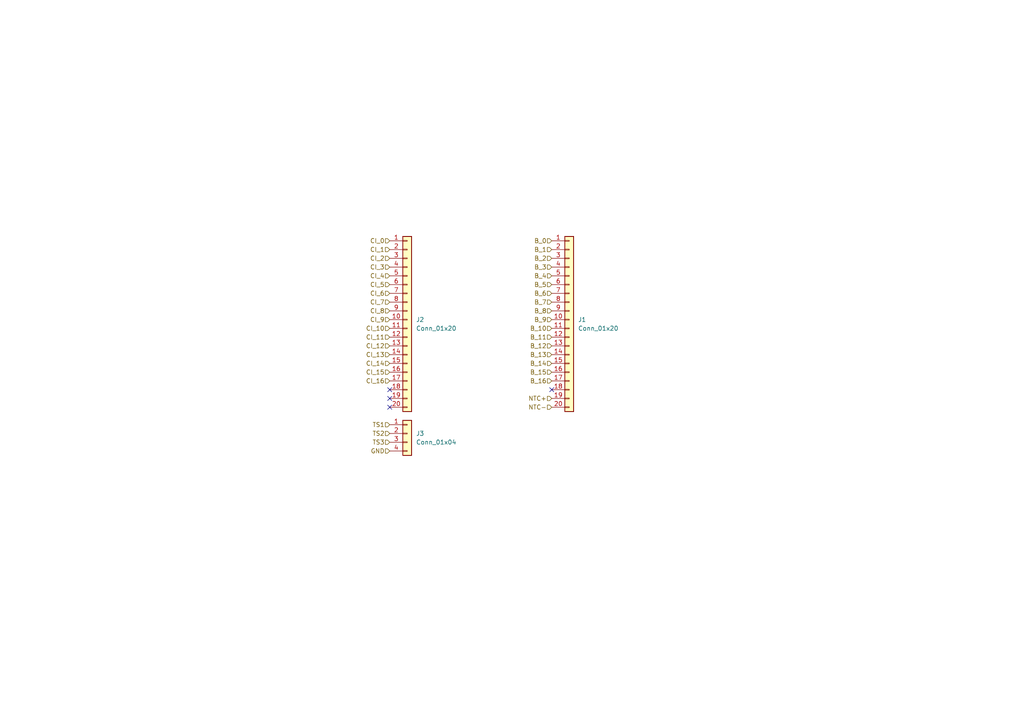
<source format=kicad_sch>
(kicad_sch (version 20250114) (generator "eeschema") (generator_version "9.0")
  (paper "A4")
  (lib_symbols
    (symbol "Connector_Generic:Conn_01x04" (pin_names (offset 1.016) (hide yes))
      (property "Reference" "J" (at 0 5.08 0))
      (property "Value" "Conn_01x04" (at 0 -7.62 0))
      (symbol "Conn_01x04_1_1"
        (rectangle (start -1.27 3.81) (end 1.27 -6.35) (stroke (width 0.254)) (fill (type background)))
        (rectangle (start -1.27 2.667) (end 0 2.413) (stroke (width 0.1524)))
        (rectangle (start -1.27 0.127) (end 0 -0.127) (stroke (width 0.1524)))
        (rectangle (start -1.27 -2.413) (end 0 -2.667) (stroke (width 0.1524)))
        (rectangle (start -1.27 -4.953) (end 0 -5.207) (stroke (width 0.1524)))
        (pin passive line (at -5.08 2.54 0) (length 3.81) (name "Pin_1") (number "1"))
        (pin passive line (at -5.08 0 0) (length 3.81) (name "Pin_2") (number "2"))
        (pin passive line (at -5.08 -2.54 0) (length 3.81) (name "Pin_3") (number "3"))
        (pin passive line (at -5.08 -5.08 0) (length 3.81) (name "Pin_4") (number "4"))
      )
    )
    (symbol "Connector_Generic:Conn_01x20" (pin_names (offset 1.016) (hide yes))
      (property "Reference" "J" (at 0 25.4 0))
      (property "Value" "Conn_01x20" (at 0 -27.94 0))
      (symbol "Conn_01x20_1_1"
        (rectangle (start -1.27 24.13) (end 1.27 -26.67) (stroke (width 0.254)) (fill (type background)))
        (rectangle (start -1.27 22.987) (end 0 22.733) (stroke (width 0.1524)))
        (rectangle (start -1.27 20.447) (end 0 20.193) (stroke (width 0.1524)))
        (rectangle (start -1.27 17.907) (end 0 17.653) (stroke (width 0.1524)))
        (rectangle (start -1.27 15.367) (end 0 15.113) (stroke (width 0.1524)))
        (rectangle (start -1.27 12.827) (end 0 12.573) (stroke (width 0.1524)))
        (rectangle (start -1.27 10.287) (end 0 10.033) (stroke (width 0.1524)))
        (rectangle (start -1.27 7.747) (end 0 7.493) (stroke (width 0.1524)))
        (rectangle (start -1.27 5.207) (end 0 4.953) (stroke (width 0.1524)))
        (rectangle (start -1.27 2.667) (end 0 2.413) (stroke (width 0.1524)))
        (rectangle (start -1.27 0.127) (end 0 -0.127) (stroke (width 0.1524)))
        (rectangle (start -1.27 -2.413) (end 0 -2.667) (stroke (width 0.1524)))
        (rectangle (start -1.27 -4.953) (end 0 -5.207) (stroke (width 0.1524)))
        (rectangle (start -1.27 -7.493) (end 0 -7.747) (stroke (width 0.1524)))
        (rectangle (start -1.27 -10.033) (end 0 -10.287) (stroke (width 0.1524)))
        (rectangle (start -1.27 -12.573) (end 0 -12.827) (stroke (width 0.1524)))
        (rectangle (start -1.27 -15.113) (end 0 -15.367) (stroke (width 0.1524)))
        (rectangle (start -1.27 -17.653) (end 0 -17.907) (stroke (width 0.1524)))
        (rectangle (start -1.27 -20.193) (end 0 -20.447) (stroke (width 0.1524)))
        (rectangle (start -1.27 -22.733) (end 0 -22.987) (stroke (width 0.1524)))
        (rectangle (start -1.27 -25.273) (end 0 -25.527) (stroke (width 0.1524)))
        (pin passive line (at -5.08 22.86 0) (length 3.81) (name "Pin_1") (number "1"))
        (pin passive line (at -5.08 20.32 0) (length 3.81) (name "Pin_2") (number "2"))
        (pin passive line (at -5.08 17.78 0) (length 3.81) (name "Pin_3") (number "3"))
        (pin passive line (at -5.08 15.24 0) (length 3.81) (name "Pin_4") (number "4"))
        (pin passive line (at -5.08 12.7 0) (length 3.81) (name "Pin_5") (number "5"))
        (pin passive line (at -5.08 10.16 0) (length 3.81) (name "Pin_6") (number "6"))
        (pin passive line (at -5.08 7.62 0) (length 3.81) (name "Pin_7") (number "7"))
        (pin passive line (at -5.08 5.08 0) (length 3.81) (name "Pin_8") (number "8"))
        (pin passive line (at -5.08 2.54 0) (length 3.81) (name "Pin_9") (number "9"))
        (pin passive line (at -5.08 0 0) (length 3.81) (name "Pin_10") (number "10"))
        (pin passive line (at -5.08 -2.54 0) (length 3.81) (name "Pin_11") (number "11"))
        (pin passive line (at -5.08 -5.08 0) (length 3.81) (name "Pin_12") (number "12"))
        (pin passive line (at -5.08 -7.62 0) (length 3.81) (name "Pin_13") (number "13"))
        (pin passive line (at -5.08 -10.16 0) (length 3.81) (name "Pin_14") (number "14"))
        (pin passive line (at -5.08 -12.7 0) (length 3.81) (name "Pin_15") (number "15"))
        (pin passive line (at -5.08 -15.24 0) (length 3.81) (name "Pin_16") (number "16"))
        (pin passive line (at -5.08 -17.78 0) (length 3.81) (name "Pin_17") (number "17"))
        (pin passive line (at -5.08 -20.32 0) (length 3.81) (name "Pin_18") (number "18"))
        (pin passive line (at -5.08 -22.86 0) (length 3.81) (name "Pin_19") (number "19"))
        (pin passive line (at -5.08 -25.4 0) (length 3.81) (name "Pin_20") (number "20"))
      )
    )
  )
  (no_connect (at 113.03 113.03))
  (no_connect (at 113.03 118.11))
  (no_connect (at 160.02 113.03))
  (no_connect (at 113.03 115.57))
  (hierarchical_label "CI_4" (shape input) (at 113.03 80.01 180))
  (hierarchical_label "TS2" (shape input) (at 113.03 125.73 180))
  (hierarchical_label "GND" (shape input) (at 113.03 130.81 180))
  (hierarchical_label "B_9" (shape input) (at 160.02 92.71 180))
  (hierarchical_label "B_1" (shape input) (at 160.02 72.39 180))
  (hierarchical_label "TS1" (shape input) (at 113.03 123.19 180))
  (hierarchical_label "CI_8" (shape input) (at 113.03 90.17 180))
  (hierarchical_label "CI_6" (shape input) (at 113.03 85.09 180))
  (hierarchical_label "CI_2" (shape input) (at 113.03 74.93 180))
  (hierarchical_label "B_7" (shape input) (at 160.02 87.63 180))
  (hierarchical_label "CI_3" (shape input) (at 113.03 77.47 180))
  (hierarchical_label "B_15" (shape input) (at 160.02 107.95 180))
  (hierarchical_label "B_0" (shape input) (at 160.02 69.85 180))
  (hierarchical_label "CI_0" (shape input) (at 113.03 69.85 180))
  (hierarchical_label "B_3" (shape input) (at 160.02 77.47 180))
  (hierarchical_label "B_12" (shape input) (at 160.02 100.33 180))
  (hierarchical_label "CI_9" (shape input) (at 113.03 92.71 180))
  (hierarchical_label "CI_13" (shape input) (at 113.03 102.87 180))
  (hierarchical_label "CI_12" (shape input) (at 113.03 100.33 180))
  (hierarchical_label "TS3" (shape input) (at 113.03 128.27 180))
  (hierarchical_label "B_5" (shape input) (at 160.02 82.55 180))
  (hierarchical_label "CI_7" (shape input) (at 113.03 87.63 180))
  (hierarchical_label "CI_5" (shape input) (at 113.03 82.55 180))
  (hierarchical_label "CI_14" (shape input) (at 113.03 105.41 180))
  (hierarchical_label "CI_10" (shape input) (at 113.03 95.25 180))
  (hierarchical_label "B_13" (shape input) (at 160.02 102.87 180))
  (hierarchical_label "CI_11" (shape input) (at 113.03 97.79 180))
  (hierarchical_label "B_2" (shape input) (at 160.02 74.93 180))
  (hierarchical_label "CI_15" (shape input) (at 113.03 107.95 180))
  (hierarchical_label "B_10" (shape input) (at 160.02 95.25 180))
  (hierarchical_label "B_4" (shape input) (at 160.02 80.01 180))
  (hierarchical_label "NTC+" (shape input) (at 160.02 115.57 180))
  (hierarchical_label "B_11" (shape input) (at 160.02 97.79 180))
  (hierarchical_label "B_8" (shape input) (at 160.02 90.17 180))
  (hierarchical_label "CI_16" (shape input) (at 113.03 110.49 180))
  (hierarchical_label "CI_1" (shape input) (at 113.03 72.39 180))
  (hierarchical_label "B_16" (shape input) (at 160.02 110.49 180))
  (hierarchical_label "B_6" (shape input) (at 160.02 85.09 180))
  (hierarchical_label "B_14" (shape input) (at 160.02 105.41 180))
  (hierarchical_label "NTC-" (shape input) (at 160.02 118.11 180))
  (symbol (lib_id "Connector_Generic:Conn_01x20") (at 118.11 92.71 0) (unit 1)
    (property "Reference" "J2" (at 120.65 92.7099 0) (effects (justify left)))
    (property "Value" "Conn_01x20" (at 120.65 95.2499 0) (effects (justify left)))
    (property "Description" "Generic connector, single row, 01x20, script generated (kicad-library-utils/schlib/autogen/connector/)" (effects (hide yes)))
  )
  (symbol (lib_id "Connector_Generic:Conn_01x04") (at 118.11 125.73 0) (unit 1)
    (property "Reference" "J3" (at 120.65 125.7299 0) (effects (justify left)))
    (property "Value" "Conn_01x04" (at 120.65 128.2699 0) (effects (justify left)))
    (property "Description" "Generic connector, single row, 01x04, script generated (kicad-library-utils/schlib/autogen/connector/)" (effects (hide yes)))
  )
  (symbol (lib_id "Connector_Generic:Conn_01x20") (at 165.1 92.71 0) (unit 1)
    (property "Reference" "J1" (at 167.64 92.7099 0) (effects (justify left)))
    (property "Value" "Conn_01x20" (at 167.64 95.2499 0) (effects (justify left)))
    (property "Description" "Generic connector, single row, 01x20, script generated (kicad-library-utils/schlib/autogen/connector/)" (effects (hide yes)))
  )
)
</source>
